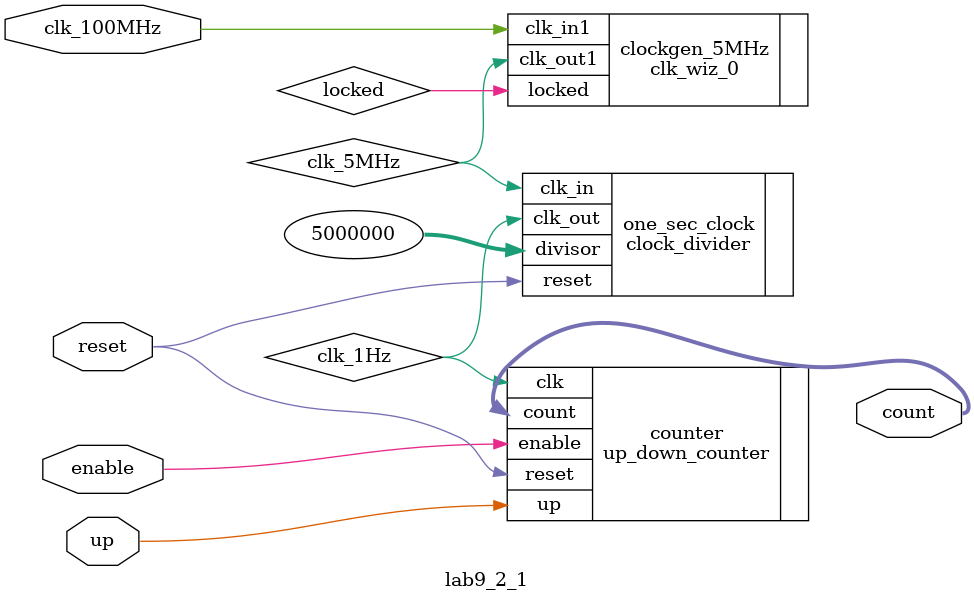
<source format=v>
`timescale 1ns / 1ps

(* use_dsp48 = "yes" *)
module lab9_2_1(
    input clk_100MHz, reset, enable, up,
    output wire [7:0] count
    );
    
    wire clk_1Hz;
    wire clk_5MHz;
    // clocking wizard DCM
    clk_wiz_0 clockgen_5MHz(
        // Clock out ports
        .clk_out1 (clk_5MHz),     // output clk_5MHz
        // Status and control signals
        .locked(locked),       // output locked
       // Clock in ports
        .clk_in1(clk_100MHz)
    );      // input clk_100MHz
    
    
    clock_divider one_sec_clock (
        .clk_in(clk_5MHz),
        .reset(reset),
        .divisor(5000000),
        .clk_out(clk_1Hz)
    );
    
    up_down_counter counter(
        .clk(clk_1Hz), 
        .reset(reset),
        .enable(enable),
        .up(up),
        .count(count)
    );
    
    
endmodule

</source>
